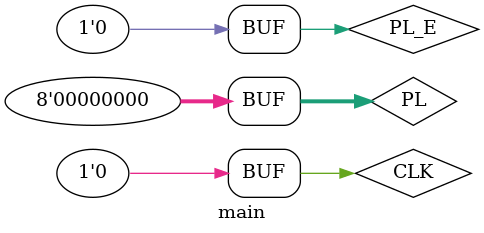
<source format=v>
`include "mathComponents.v"
`include "control.v"
`include "register.v"

module instReg(Addr, PL, PL_E, CLK);
	output [7:0] Addr;
	input  [7:0] PL;
	input  CLK, PL_E;
	
	wire   [7:0] regToInc, muxToReg;
	
	bytemux2 MX(muxToReg, Addr, PL, PL_E);
	register RG(regToInc, muxToReg, CLK);
	byteIncrementer inc(Addr, regToInc);
endmodule

module main();
	reg [7:0] PL;
	reg CLK, PL_E;
	wire[7:0] Addr;

	instReg IR(Addr, PL, PL_E, CLK);

	initial begin
		$monitor("%d  %d", Addr, PL);
		PL = 8'b0;
		PL_E = 1;
		#1 CLK = 1; #1 CLK = 0;
		PL_E = 0;
		#1 CLK = 1; #1 CLK = 0;
		#1 CLK = 1; #1 CLK = 0;
		#1 CLK = 1; #1 CLK = 0;
		#1 CLK = 1; #1 CLK = 0;
		#1 CLK = 1; #1 CLK = 0;
		#1 CLK = 1; #1 CLK = 0;
	end
endmodule

</source>
